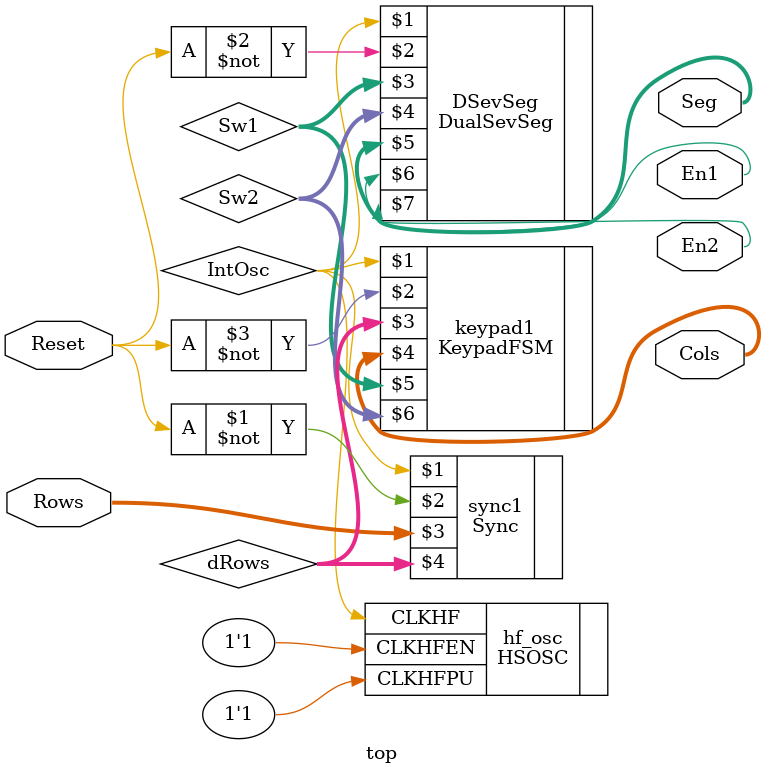
<source format=sv>
module top(
	input  logic       Reset,
	input  logic [3:0] Rows,
	output logic [3:0] Cols,
	output logic [6:0] Seg,
	output logic       En1, En2);
	
	// Internal Nets
	logic       IntOsc;
	logic [3:0] Sw1, Sw2;
	logic [3:0] dRows;
	
	// Initialize clock at 6MHz
	HSOSC #(.CLKHF_DIV(2'b11)) 
	 hf_osc (.CLKHFPU(1'b1), .CLKHFEN(1'b1), .CLKHF(IntOsc));
	 
	 Sync sync1(IntOsc, ~Reset, Rows, dRows);
	 
	// Initialize display
	 DualSevSeg DSevSeg(IntOsc, ~Reset, Sw1, Sw2, Seg, En1, En2);
	 
	//Initialize keypad
	KeypadFSM keypad1(IntOsc, ~Reset, dRows, Cols, Sw1, Sw2);

endmodule
</source>
